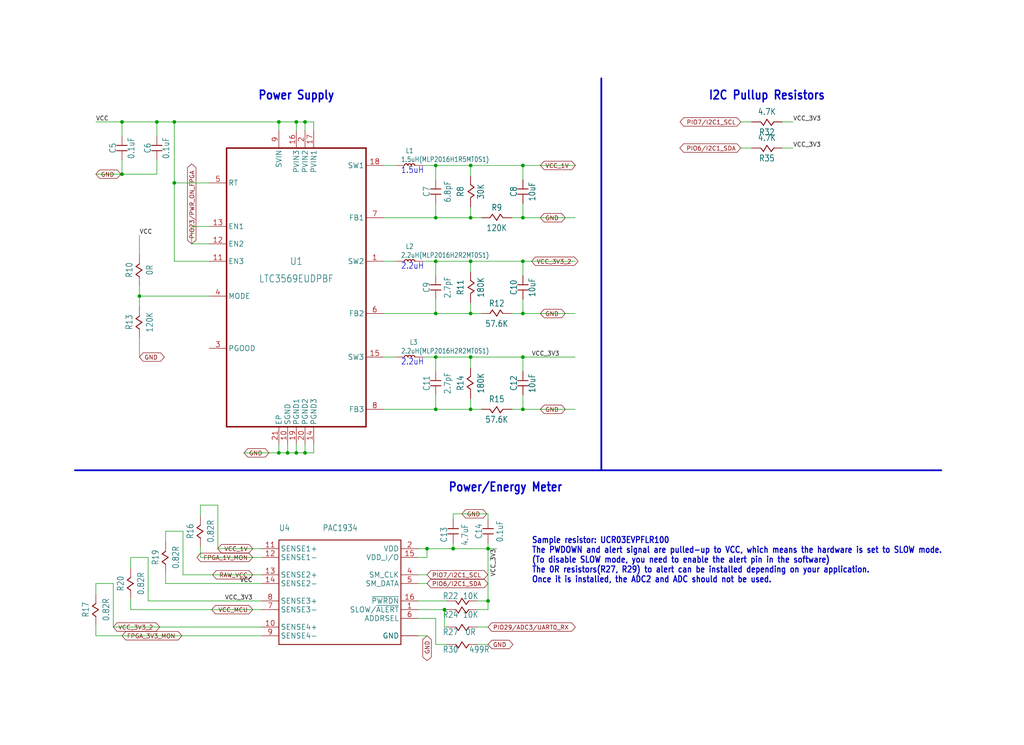
<source format=kicad_sch>
(kicad_sch (version 20250114) (generator "eeschema") (generator_version "9.0")
  (paper "User" 298.45 217.322)
  (lib_symbols
    (symbol "elasticnode_tiny-eagle-import:passive_CAPACITOR0402"
      (property "Reference" "C" (at 0 1.714 0))
      (symbol "passive_CAPACITOR0402_1_0"
        (polyline (pts (xy -0.762 1.524) (xy -0.762 -1.524)) (stroke (width 0.254)))
        (polyline (pts (xy 0.762 -1.524) (xy 0.762 1.524)) (stroke (width 0.254)))
        (pin bidirectional line (at -3.46 0 0) (length 2.54) (name "P$1") (number "1"))
        (pin bidirectional line (at 3.46 0 180) (length 2.54) (name "P$2") (number "2"))
      )
    )
    (symbol "elasticnode_tiny-eagle-import:passive_CAPACITOR0603"
      (property "Reference" "C" (at 0 1.714 0))
      (symbol "passive_CAPACITOR0603_1_0"
        (polyline (pts (xy -0.762 1.524) (xy -0.762 -1.524)) (stroke (width 0.254)))
        (polyline (pts (xy 0.762 -1.524) (xy 0.762 1.524)) (stroke (width 0.254)))
        (pin bidirectional line (at -3.46 0 0) (length 2.54) (name "P$1") (number "1"))
        (pin bidirectional line (at 3.46 0 180) (length 2.54) (name "P$2") (number "2"))
      )
    )
    (symbol "elasticnode_tiny-eagle-import:passive_INDUCTORDFE201612E-R33M=P2"
      (property "Reference" "L" (at 0 3.54 0))
      (symbol "passive_INDUCTORDFE201612E-R33M=P2_1_0"
        (arc (start -1.5 0) (mid -1 0.5) (end -0.5 0) (stroke (width 0.254)))
        (arc (start -0.5 0) (mid 0 0.5) (end 0.5 0) (stroke (width 0.254)))
        (arc (start 0.5 0) (mid 1 0.5) (end 1.5 0) (stroke (width 0.254)))
        (pin bidirectional line (at -3.96 0 0) (length 2.54) (name "P$1") (number "1"))
        (pin bidirectional line (at 3.96 0 180) (length 2.54) (name "P$2") (number "2"))
      )
    )
    (symbol "elasticnode_tiny-eagle-import:passive_RESISTOR0603"
      (property "Reference" "R" (at 0 2 0))
      (symbol "passive_RESISTOR0603_1_0"
        (polyline (pts (xy -2 0) (xy -1.27 1.016)) (stroke (width 0.254)))
        (polyline (pts (xy -1.27 1.016) (xy 0 -0.762)) (stroke (width 0.254)))
        (polyline (pts (xy 0 -0.762) (xy 1.016 1.016)) (stroke (width 0.254)))
        (polyline (pts (xy 1.016 1.016) (xy 1.778 0)) (stroke (width 0.254)))
        (pin bidirectional line (at -4.46 0 0) (length 2.54) (name "1") (number "1"))
        (pin bidirectional line (at 4.46 0 180) (length 2.54) (name "2") (number "2"))
      )
    )
    (symbol "elasticnode_tiny-eagle-import:passive_RESISTORSMD_0402"
      (property "Reference" "R" (at 0 2 0))
      (symbol "passive_RESISTORSMD_0402_1_0"
        (polyline (pts (xy -2 0) (xy -1.27 1.016)) (stroke (width 0.254)))
        (polyline (pts (xy -1.27 1.016) (xy 0 -0.762)) (stroke (width 0.254)))
        (polyline (pts (xy 0 -0.762) (xy 1.016 1.016)) (stroke (width 0.254)))
        (polyline (pts (xy 1.016 1.016) (xy 1.778 0)) (stroke (width 0.254)))
        (pin bidirectional line (at -4.46 0 0) (length 2.54) (name "1") (number "1"))
        (pin bidirectional line (at 4.46 0 180) (length 2.54) (name "2") (number "2"))
      )
    )
    (symbol "elasticnode_tiny-eagle-import:power_LTC3569EUDPBF"
      (property "Reference" "U" (at 0 2.54 0))
      (symbol "power_LTC3569EUDPBF_1_0"
        (polyline (pts (xy -20.32 35.56) (xy -20.32 -45.72)) (stroke (width 0.4064)))
        (polyline (pts (xy -20.32 -45.72) (xy 20.32 -45.72)) (stroke (width 0.4064)))
        (polyline (pts (xy 20.32 35.56) (xy -20.32 35.56)) (stroke (width 0.4064)))
        (polyline (pts (xy 20.32 -45.72) (xy 20.32 35.56)) (stroke (width 0.4064)))
        (pin passive line (at -25.4 25.4 0) (length 5.08) (name "RT") (number "5"))
        (pin input line (at -25.4 12.7 0) (length 5.08) (name "EN1") (number "13"))
        (pin input line (at -25.4 7.62 0) (length 5.08) (name "EN2") (number "12"))
        (pin input line (at -25.4 2.54 0) (length 5.08) (name "EN3") (number "11"))
        (pin input line (at -25.4 -7.62 0) (length 5.08) (name "MODE") (number "4"))
        (pin output line (at -25.4 -22.86 0) (length 5.08) (name "PGOOD") (number "3"))
        (pin power_in line (at -5.08 40.64 270) (length 5.08) (name "SVIN") (number "9"))
        (pin passive line (at -5.08 -50.8 90) (length 5.08) (name "EP") (number "21"))
        (pin passive line (at -2.54 -50.8 90) (length 5.08) (name "SGND") (number "10"))
        (pin power_in line (at 0 40.64 270) (length 5.08) (name "PVIN3") (number "16"))
        (pin passive line (at 0 -50.8 90) (length 5.08) (name "PGND1") (number "19"))
        (pin power_in line (at 2.54 40.64 270) (length 5.08) (name "PVIN2") (number "2"))
        (pin passive line (at 2.54 -50.8 90) (length 5.08) (name "PGND2") (number "20"))
        (pin power_in line (at 5.08 40.64 270) (length 5.08) (name "PVIN1") (number "17"))
        (pin passive line (at 5.08 -50.8 90) (length 5.08) (name "PGND3") (number "14"))
        (pin passive line (at 25.4 30.48 180) (length 5.08) (name "SW1") (number "18"))
        (pin input line (at 25.4 15.24 180) (length 5.08) (name "FB1") (number "7"))
        (pin passive line (at 25.4 2.54 180) (length 5.08) (name "SW2") (number "1"))
        (pin input line (at 25.4 -12.7 180) (length 5.08) (name "FB2") (number "6"))
        (pin passive line (at 25.4 -25.4 180) (length 5.08) (name "SW3") (number "15"))
        (pin input line (at 25.4 -40.64 180) (length 5.08) (name "FB3") (number "8"))
      )
    )
    (symbol "elasticnode_tiny-eagle-import:sensors_PAC1934"
      (property "Reference" "U" (at -17.78 17.78 0))
      (symbol "sensors_PAC1934_1_0"
        (polyline (pts (xy -17.78 15.24) (xy -17.78 -15.24)) (stroke (width 0.254)))
        (polyline (pts (xy -17.78 -15.24) (xy 17.78 -15.24)) (stroke (width 0.254)))
        (polyline (pts (xy 17.78 15.24) (xy -17.78 15.24)) (stroke (width 0.254)))
        (polyline (pts (xy 17.78 -15.24) (xy 17.78 15.24)) (stroke (width 0.254)))
        (pin bidirectional line (at -22.86 12.7 0) (length 5.08) (name "SENSE1+") (number "11"))
        (pin bidirectional line (at -22.86 10.16 0) (length 5.08) (name "SENSE1-") (number "12"))
        (pin bidirectional line (at -22.86 5.08 0) (length 5.08) (name "SENSE2+") (number "13"))
        (pin bidirectional line (at -22.86 2.54 0) (length 5.08) (name "SENSE2-") (number "14"))
        (pin bidirectional line (at -22.86 -2.54 0) (length 5.08) (name "SENSE3+") (number "8"))
        (pin bidirectional line (at -22.86 -5.08 0) (length 5.08) (name "SENSE3-") (number "7"))
        (pin bidirectional line (at -22.86 -10.16 0) (length 5.08) (name "SENSE4+") (number "10"))
        (pin bidirectional line (at -22.86 -12.7 0) (length 5.08) (name "SENSE4-") (number "9"))
        (pin bidirectional line (at 22.86 12.7 180) (length 5.08) (name "VDD") (number "2"))
        (pin bidirectional line (at 22.86 10.16 180) (length 5.08) (name "VDD_I/O") (number "15"))
        (pin bidirectional line (at 22.86 5.08 180) (length 5.08) (name "SM_CLK") (number "4"))
        (pin bidirectional line (at 22.86 2.54 180) (length 5.08) (name "SM_DATA") (number "5"))
        (pin bidirectional line (at 22.86 -2.54 180) (length 5.08) (name "~{PWRDN}") (number "16"))
        (pin bidirectional line (at 22.86 -5.08 180) (length 5.08) (name "SLOW/~{ALERT}") (number "1"))
        (pin bidirectional line (at 22.86 -7.62 180) (length 5.08) (name "ADDRSEL") (number "6"))
        (pin bidirectional line (at 22.86 -12.7 180) (length 5.08) (name "GND") (number "17"))
        (pin bidirectional line (at 22.86 -12.7 180) (length 5.08) (name "GND") (number "3"))
      )
    )
  )
  (text "2.2uH" (at 116.84 78.74 0) (effects (font (size 1.778 1.5113)) (justify left bottom)))
  (text "2.2uH" (at 116.84 106.68 0) (effects (font (size 1.778 1.5113)) (justify left bottom)))
  (text "Sample resistor: UCR03EVPFLR100\nThe PWDOWN and alert signal are pulled-up to VCC, which means the hardware is set to SLOW mode.\n(To disable SLOW mode, you need to enable the alert pin in the software)\nThe 0R resistors(R27, R29) to alert can be installed depending on your application.\nOnce it is installed, the ADC2 and ADC should not be used." (at 154.94 170.18 0) (effects (font (size 1.778 1.5113) (thickness 0.3023) (bold yes)) (justify left bottom)))
  (text "1.5uH" (at 116.84 50.8 0) (effects (font (size 1.778 1.5113)) (justify left bottom)))
  (text "I2C Pullup Resistors" (at 223.52 27.94 0) (effects (font (size 2.54 2.159) (thickness 0.4318) (bold yes))))
  (text "Power Supply" (at 86.36 27.94 0) (effects (font (size 2.54 2.159) (thickness 0.4318) (bold yes))))
  (text "Power/Energy Meter" (at 147.32 142.24 0) (effects (font (size 2.54 2.159) (thickness 0.4318) (bold yes))))
  (junction (at 81.28 132.08))
  (junction (at 86.36 132.08))
  (junction (at 127 119.38))
  (junction (at 35.56 35.56))
  (junction (at 50.8 35.56))
  (junction (at 152.4 76.2))
  (junction (at 152.4 63.5))
  (junction (at 127 63.5))
  (junction (at 50.8 53.34))
  (junction (at 152.4 119.38))
  (junction (at 45.72 35.56))
  (junction (at 83.82 132.08))
  (junction (at 81.28 35.56))
  (junction (at 137.16 119.38))
  (junction (at 127 91.44))
  (junction (at 132.08 160.02))
  (junction (at 152.4 48.26))
  (junction (at 152.4 91.44))
  (junction (at 40.64 86.36))
  (junction (at 137.16 76.2))
  (junction (at 86.36 35.56))
  (junction (at 137.16 48.26))
  (junction (at 137.16 63.5))
  (junction (at 142.24 160.02))
  (junction (at 124.46 160.02))
  (junction (at 127 48.26))
  (junction (at 137.16 104.14))
  (junction (at 127 76.2))
  (junction (at 137.16 91.44))
  (junction (at 88.9 132.08))
  (junction (at 127 104.14))
  (junction (at 129.54 177.8))
  (junction (at 152.4 104.14))
  (junction (at 88.9 35.56))
  (junction (at 142.24 175.26))
  (junction (at 35.56 50.8))
  (wire (pts (xy 227.98 35.56) (xy 231.14 35.56)) (stroke (width 0.1524)))
  (wire (pts (xy 76.2 160.02) (xy 63.5 160.02)) (stroke (width 0.1524)))
  (wire (pts (xy 121.92 170.18) (xy 124.46 170.18)) (stroke (width 0.1524)))
  (wire (pts (xy 130.16 175.26) (xy 121.92 175.26)) (stroke (width 0.1524)))
  (wire (pts (xy 38.1 165.72) (xy 38.1 162.56)) (stroke (width 0.1524)))
  (wire (pts (xy 40.64 98.44) (xy 40.64 104.14)) (stroke (width 0.1524)))
  (wire (pts (xy 45.72 39.72) (xy 45.72 35.56)) (stroke (width 0.1524)))
  (wire (pts (xy 127 63.5) (xy 111.76 63.5)) (stroke (width 0.1524)))
  (wire (pts (xy 88.9 38.1) (xy 88.9 35.56)) (stroke (width 0.1524)))
  (wire (pts (xy 124.46 162.56) (xy 124.46 160.02)) (stroke (width 0.1524)))
  (wire (pts (xy 127 87.28) (xy 127 91.44)) (stroke (width 0.1524)))
  (wire (pts (xy 76.2 162.56) (xy 58.42 162.56)) (stroke (width 0.1524)))
  (wire (pts (xy 129.54 177.8) (xy 130.16 177.8)) (stroke (width 0.1524)))
  (wire (pts (xy 152.4 104.14) (xy 137.16 104.14)) (stroke (width 0.1524)))
  (wire (pts (xy 137.16 119.38) (xy 127 119.38)) (stroke (width 0.1524)))
  (wire (pts (xy 76.2 185.42) (xy 27.94 185.42)) (stroke (width 0.1524)))
  (wire (pts (xy 86.36 129.54) (xy 86.36 132.08)) (stroke (width 0.1524)))
  (wire (pts (xy 121.92 167.64) (xy 124.46 167.64)) (stroke (width 0.1524)))
  (wire (pts (xy 40.64 86.36) (xy 40.64 89.52)) (stroke (width 0.1524)))
  (wire (pts (xy 38.1 174.64) (xy 38.1 177.8)) (stroke (width 0.1524)))
  (wire (pts (xy 142.24 149.86) (xy 142.24 151.48)) (stroke (width 0.1524)))
  (wire (pts (xy 139.08 175.26) (xy 142.24 175.26)) (stroke (width 0.1524)))
  (wire (pts (xy 124.46 160.02) (xy 132.08 160.02)) (stroke (width 0.1524)))
  (polyline (pts (xy 175.26 137.16) (xy 175.26 22.86)) (stroke (width 0.508) (type solid)))
  (wire (pts (xy 123.34 76.2) (xy 127 76.2)) (stroke (width 0.1524)))
  (wire (pts (xy 219.06 35.56) (xy 215.9 35.56)) (stroke (width 0.1524)))
  (wire (pts (xy 130.16 182.88) (xy 129.54 182.88)) (stroke (width 0.1524)))
  (wire (pts (xy 142.24 177.8) (xy 142.24 175.26)) (stroke (width 0.1524)))
  (wire (pts (xy 60.96 71.12) (xy 55.88 71.12)) (stroke (width 0.1524)))
  (wire (pts (xy 132.08 158.4) (xy 132.08 160.02)) (stroke (width 0.1524)))
  (wire (pts (xy 63.5 147.32) (xy 63.5 160.02)) (stroke (width 0.1524)))
  (wire (pts (xy 132.08 160.02) (xy 142.24 160.02)) (stroke (width 0.1524)))
  (wire (pts (xy 58.42 150.48) (xy 58.42 147.32)) (stroke (width 0.1524)))
  (wire (pts (xy 88.9 132.08) (xy 86.36 132.08)) (stroke (width 0.1524)))
  (wire (pts (xy 60.96 76.2) (xy 50.8 76.2)) (stroke (width 0.1524)))
  (wire (pts (xy 76.2 167.64) (xy 53.34 167.64)) (stroke (width 0.1524)))
  (wire (pts (xy 129.54 182.88) (xy 129.54 177.8)) (stroke (width 0.1524)))
  (wire (pts (xy 33.02 170.18) (xy 33.02 182.88)) (stroke (width 0.1524)))
  (wire (pts (xy 76.2 170.18) (xy 48.26 170.18)) (stroke (width 0.1524)))
  (wire (pts (xy 152.4 76.2) (xy 167.64 76.2)) (stroke (width 0.1524)))
  (wire (pts (xy 137.16 91.44) (xy 140.32 91.44)) (stroke (width 0.1524)))
  (wire (pts (xy 27.94 173.34) (xy 27.94 170.18)) (stroke (width 0.1524)))
  (wire (pts (xy 127 115.22) (xy 127 119.38)) (stroke (width 0.1524)))
  (wire (pts (xy 60.96 66.04) (xy 55.88 66.04)) (stroke (width 0.1524)))
  (wire (pts (xy 27.94 182.26) (xy 27.94 185.42)) (stroke (width 0.1524)))
  (wire (pts (xy 132.08 149.86) (xy 142.24 149.86)) (stroke (width 0.1524)))
  (wire (pts (xy 115.42 76.2) (xy 111.76 76.2)) (stroke (width 0.1524)))
  (wire (pts (xy 152.4 59.34) (xy 152.4 63.5)) (stroke (width 0.1524)))
  (wire (pts (xy 88.9 129.54) (xy 88.9 132.08)) (stroke (width 0.1524)))
  (wire (pts (xy 50.8 53.34) (xy 50.8 35.56)) (stroke (width 0.1524)))
  (wire (pts (xy 127 80.36) (xy 127 76.2)) (stroke (width 0.1524)))
  (wire (pts (xy 81.28 35.56) (xy 86.36 35.56)) (stroke (width 0.1524)))
  (wire (pts (xy 35.56 35.56) (xy 45.72 35.56)) (stroke (width 0.1524)))
  (wire (pts (xy 55.88 71.12) (xy 55.88 66.04)) (stroke (width 0.1524)))
  (wire (pts (xy 137.16 76.2) (xy 152.4 76.2)) (stroke (width 0.1524)))
  (wire (pts (xy 48.26 167.02) (xy 48.26 170.18)) (stroke (width 0.1524)))
  (wire (pts (xy 227.98 43.18) (xy 231.14 43.18)) (stroke (width 0.1524)))
  (wire (pts (xy 152.4 48.26) (xy 167.64 48.26)) (stroke (width 0.1524)))
  (wire (pts (xy 123.34 48.26) (xy 127 48.26)) (stroke (width 0.1524)))
  (wire (pts (xy 81.28 129.54) (xy 81.28 132.08)) (stroke (width 0.1524)))
  (wire (pts (xy 139.08 182.88) (xy 142.24 182.88)) (stroke (width 0.1524)))
  (wire (pts (xy 139.08 177.8) (xy 142.24 177.8)) (stroke (width 0.1524)))
  (wire (pts (xy 127 91.44) (xy 111.76 91.44)) (stroke (width 0.1524)))
  (wire (pts (xy 111.76 119.38) (xy 127 119.38)) (stroke (width 0.1524)))
  (wire (pts (xy 35.56 39.72) (xy 35.56 35.56)) (stroke (width 0.1524)))
  (wire (pts (xy 38.1 162.56) (xy 43.18 162.56)) (stroke (width 0.1524)))
  (wire (pts (xy 127 59.34) (xy 127 63.5)) (stroke (width 0.1524)))
  (wire (pts (xy 142.24 160.02) (xy 144.78 160.02)) (stroke (width 0.1524)))
  (wire (pts (xy 137.16 79.36) (xy 137.16 76.2)) (stroke (width 0.1524)))
  (wire (pts (xy 149.24 63.5) (xy 152.4 63.5)) (stroke (width 0.1524)))
  (wire (pts (xy 60.96 86.36) (xy 40.64 86.36)) (stroke (width 0.1524)))
  (wire (pts (xy 127 91.44) (xy 137.16 91.44)) (stroke (width 0.1524)))
  (wire (pts (xy 127 104.14) (xy 123.34 104.14)) (stroke (width 0.1524)))
  (wire (pts (xy 115.42 48.26) (xy 111.76 48.26)) (stroke (width 0.1524)))
  (wire (pts (xy 43.18 162.56) (xy 43.18 175.26)) (stroke (width 0.1524)))
  (wire (pts (xy 142.24 158.4) (xy 142.24 160.02)) (stroke (width 0.1524)))
  (wire (pts (xy 88.9 35.56) (xy 91.44 35.56)) (stroke (width 0.1524)))
  (wire (pts (xy 127 48.26) (xy 137.16 48.26)) (stroke (width 0.1524)))
  (wire (pts (xy 152.4 52.42) (xy 152.4 48.26)) (stroke (width 0.1524)))
  (wire (pts (xy 50.8 35.56) (xy 81.28 35.56)) (stroke (width 0.1524)))
  (wire (pts (xy 152.4 108.3) (xy 152.4 104.14)) (stroke (width 0.1524)))
  (wire (pts (xy 137.16 63.5) (xy 140.32 63.5)) (stroke (width 0.1524)))
  (wire (pts (xy 76.2 177.8) (xy 38.1 177.8)) (stroke (width 0.1524)))
  (wire (pts (xy 137.16 48.26) (xy 152.4 48.26)) (stroke (width 0.1524)))
  (wire (pts (xy 45.72 35.56) (xy 50.8 35.56)) (stroke (width 0.1524)))
  (wire (pts (xy 53.34 167.64) (xy 53.34 154.94)) (stroke (width 0.1524)))
  (wire (pts (xy 127 108.3) (xy 127 104.14)) (stroke (width 0.1524)))
  (wire (pts (xy 152.4 119.38) (xy 167.64 119.38)) (stroke (width 0.1524)))
  (wire (pts (xy 45.72 50.8) (xy 35.56 50.8)) (stroke (width 0.1524)))
  (wire (pts (xy 137.16 116.22) (xy 137.16 119.38)) (stroke (width 0.1524)))
  (wire (pts (xy 27.94 170.18) (xy 33.02 170.18)) (stroke (width 0.1524)))
  (wire (pts (xy 40.64 86.36) (xy 40.64 83.2)) (stroke (width 0.1524)))
  (wire (pts (xy 40.64 74.28) (xy 40.64 68.58)) (stroke (width 0.1524)))
  (wire (pts (xy 142.24 175.26) (xy 142.24 160.02)) (stroke (width 0.1524)))
  (wire (pts (xy 127 52.42) (xy 127 48.26)) (stroke (width 0.1524)))
  (wire (pts (xy 152.4 115.22) (xy 152.4 119.38)) (stroke (width 0.1524)))
  (wire (pts (xy 81.28 38.1) (xy 81.28 35.56)) (stroke (width 0.1524)))
  (wire (pts (xy 48.26 158.1) (xy 48.26 154.94)) (stroke (width 0.1524)))
  (wire (pts (xy 137.16 63.5) (xy 127 63.5)) (stroke (width 0.1524)))
  (wire (pts (xy 45.72 46.64) (xy 45.72 50.8)) (stroke (width 0.1524)))
  (wire (pts (xy 139.08 187.96) (xy 142.24 187.96)) (stroke (width 0.1524)))
  (wire (pts (xy 35.56 46.64) (xy 35.56 50.8)) (stroke (width 0.1524)))
  (wire (pts (xy 121.92 162.56) (xy 124.46 162.56)) (stroke (width 0.1524)))
  (wire (pts (xy 35.56 50.8) (xy 27.94 50.8)) (stroke (width 0.1524)))
  (wire (pts (xy 91.44 35.56) (xy 91.44 38.1)) (stroke (width 0.1524)))
  (wire (pts (xy 137.16 107.3) (xy 137.16 104.14)) (stroke (width 0.1524)))
  (wire (pts (xy 140.32 119.38) (xy 137.16 119.38)) (stroke (width 0.1524)))
  (wire (pts (xy 58.42 147.32) (xy 63.5 147.32)) (stroke (width 0.1524)))
  (wire (pts (xy 132.08 151.48) (xy 132.08 149.86)) (stroke (width 0.1524)))
  (polyline (pts (xy 175.26 137.16) (xy 274.32 137.16)) (stroke (width 0.508) (type solid)))
  (wire (pts (xy 83.82 129.54) (xy 83.82 132.08)) (stroke (width 0.1524)))
  (wire (pts (xy 86.36 38.1) (xy 86.36 35.56)) (stroke (width 0.1524)))
  (wire (pts (xy 152.4 63.5) (xy 167.64 63.5)) (stroke (width 0.1524)))
  (wire (pts (xy 149.24 91.44) (xy 152.4 91.44)) (stroke (width 0.1524)))
  (wire (pts (xy 137.16 51.42) (xy 137.16 48.26)) (stroke (width 0.1524)))
  (wire (pts (xy 127 76.2) (xy 137.16 76.2)) (stroke (width 0.1524)))
  (wire (pts (xy 86.36 132.08) (xy 83.82 132.08)) (stroke (width 0.1524)))
  (wire (pts (xy 152.4 87.28) (xy 152.4 91.44)) (stroke (width 0.1524)))
  (wire (pts (xy 127 187.96) (xy 130.16 187.96)) (stroke (width 0.1524)))
  (wire (pts (xy 152.4 119.38) (xy 149.24 119.38)) (stroke (width 0.1524)))
  (wire (pts (xy 33.02 182.88) (xy 76.2 182.88)) (stroke (width 0.1524)))
  (wire (pts (xy 83.82 132.08) (xy 81.28 132.08)) (stroke (width 0.1524)))
  (wire (pts (xy 121.92 160.02) (xy 124.46 160.02)) (stroke (width 0.1524)))
  (wire (pts (xy 43.18 175.26) (xy 76.2 175.26)) (stroke (width 0.1524)))
  (polyline (pts (xy 21.844 137.16) (xy 175.26 137.16)) (stroke (width 0.508) (type solid)))
  (wire (pts (xy 152.4 104.14) (xy 167.64 104.14)) (stroke (width 0.1524)))
  (wire (pts (xy 121.92 177.8) (xy 129.54 177.8)) (stroke (width 0.1524)))
  (wire (pts (xy 86.36 35.56) (xy 88.9 35.56)) (stroke (width 0.1524)))
  (wire (pts (xy 152.4 80.36) (xy 152.4 76.2)) (stroke (width 0.1524)))
  (wire (pts (xy 137.16 88.28) (xy 137.16 91.44)) (stroke (width 0.1524)))
  (wire (pts (xy 60.96 53.34) (xy 50.8 53.34)) (stroke (width 0.1524)))
  (wire (pts (xy 53.34 154.94) (xy 48.26 154.94)) (stroke (width 0.1524)))
  (wire (pts (xy 137.16 60.34) (xy 137.16 63.5)) (stroke (width 0.1524)))
  (wire (pts (xy 121.92 180.34) (xy 127 180.34)) (stroke (width 0.1524)))
  (wire (pts (xy 152.4 91.44) (xy 167.64 91.44)) (stroke (width 0.1524)))
  (wire (pts (xy 35.56 35.56) (xy 27.94 35.56)) (stroke (width 0.1524)))
  (wire (pts (xy 127 180.34) (xy 127 187.96)) (stroke (width 0.1524)))
  (wire (pts (xy 58.42 159.4) (xy 58.42 162.56)) (stroke (width 0.1524)))
  (wire (pts (xy 121.92 185.42) (xy 124.46 185.42)) (stroke (width 0.1524)))
  (wire (pts (xy 50.8 53.34) (xy 50.8 76.2)) (stroke (width 0.1524)))
  (wire (pts (xy 137.16 104.14) (xy 127 104.14)) (stroke (width 0.1524)))
  (wire (pts (xy 81.28 132.08) (xy 71.12 132.08)) (stroke (width 0.1524)))
  (wire (pts (xy 91.44 129.54) (xy 91.44 132.08)) (stroke (width 0.1524)))
  (wire (pts (xy 115.42 104.14) (xy 111.76 104.14)) (stroke (width 0.1524)))
  (wire (pts (xy 219.06 43.18) (xy 215.9 43.18)) (stroke (width 0.1524)))
  (wire (pts (xy 91.44 132.08) (xy 88.9 132.08)) (stroke (width 0.1524)))
  (label "VCC" (at 27.94 35.56 0) (effects (font (size 1.2446 1.2446))))
  (label "VCC_3V3" (at 231.14 35.56 0) (effects (font (size 1.2446 1.2446))))
  (label "VCC_3V3" (at 73.66 175.26 180) (effects (font (size 1.2446 1.2446))))
  (label "VCC" (at 40.64 68.58 0) (effects (font (size 1.2446 1.2446))))
  (label "VCC_3V3" (at 154.94 104.14 0) (effects (font (size 1.2446 1.2446))))
  (label "VCC_3V3" (at 231.14 43.18 0) (effects (font (size 1.2446 1.2446))))
  (label "VCC" (at 73.66 170.18 180) (effects (font (size 1.2446 1.2446))))
  (label "VCC_3V3" (at 144.78 160.02 270) (effects (font (size 1.2446 1.2446))))
  (global_label "GND" (shape bidirectional) (at 157.48 63.5 0) (effects (font (size 1.2446 1.2446))) (property "Intersheetrefs" "${INTERSHEET_REFS}" (effects (hide yes))))
  (global_label "PIO29/ADC3/UART0_RX" (shape bidirectional) (at 142.24 182.88 0) (effects (font (size 1.2446 1.2446))) (property "Intersheetrefs" "${INTERSHEET_REFS}" (effects (hide yes))))
  (global_label "FPGA_3V3_MON" (shape bidirectional) (at 35.56 185.42 0) (effects (font (size 1.2446 1.2446))) (property "Intersheetrefs" "${INTERSHEET_REFS}" (effects (hide yes))))
  (global_label "GND" (shape bidirectional) (at 40.64 104.14 0) (effects (font (size 1.2446 1.2446))) (property "Intersheetrefs" "${INTERSHEET_REFS}" (effects (hide yes))))
  (global_label "GND" (shape bidirectional) (at 157.48 91.44 0) (effects (font (size 1.2446 1.2446))) (property "Intersheetrefs" "${INTERSHEET_REFS}" (effects (hide yes))))
  (global_label "FPGA_1V_MON" (shape bidirectional) (at 73.66 162.56 180) (effects (font (size 1.2446 1.2446))) (property "Intersheetrefs" "${INTERSHEET_REFS}" (effects (hide yes))))
  (global_label "GND" (shape bidirectional) (at 27.94 50.8 0) (effects (font (size 1.2446 1.2446))) (property "Intersheetrefs" "${INTERSHEET_REFS}" (effects (hide yes))))
  (global_label "GND" (shape bidirectional) (at 134.62 149.86 0) (effects (font (size 1.2446 1.2446))) (property "Intersheetrefs" "${INTERSHEET_REFS}" (effects (hide yes))))
  (global_label "VCC_3V3_2" (shape bidirectional) (at 154.94 76.2 0) (effects (font (size 1.2446 1.2446))) (property "Intersheetrefs" "${INTERSHEET_REFS}" (effects (hide yes))))
  (global_label "VCC_1V" (shape bidirectional) (at 73.66 160.02 180) (effects (font (size 1.2446 1.2446))) (property "Intersheetrefs" "${INTERSHEET_REFS}" (effects (hide yes))))
  (global_label "VCC_1V" (shape bidirectional) (at 157.48 48.26 0) (effects (font (size 1.2446 1.2446))) (property "Intersheetrefs" "${INTERSHEET_REFS}" (effects (hide yes))))
  (global_label "PIO6/I2C1_SDA" (shape bidirectional) (at 124.46 170.18 0) (effects (font (size 1.2446 1.2446))) (property "Intersheetrefs" "${INTERSHEET_REFS}" (effects (hide yes))))
  (global_label "VCC_MCU" (shape bidirectional) (at 73.66 177.8 180) (effects (font (size 1.2446 1.2446))) (property "Intersheetrefs" "${INTERSHEET_REFS}" (effects (hide yes))))
  (global_label "PIO7/I2C1_SCL" (shape bidirectional) (at 124.46 167.64 0) (effects (font (size 1.2446 1.2446))) (property "Intersheetrefs" "${INTERSHEET_REFS}" (effects (hide yes))))
  (global_label "PIO23/PWR_ON_FPGA" (shape bidirectional) (at 55.88 71.12 90) (effects (font (size 1.2446 1.2446))) (property "Intersheetrefs" "${INTERSHEET_REFS}" (effects (hide yes))))
  (global_label "GND" (shape bidirectional) (at 142.24 187.96 0) (effects (font (size 1.2446 1.2446))) (property "Intersheetrefs" "${INTERSHEET_REFS}" (effects (hide yes))))
  (global_label "GND" (shape bidirectional) (at 157.48 119.38 0) (effects (font (size 1.2446 1.2446))) (property "Intersheetrefs" "${INTERSHEET_REFS}" (effects (hide yes))))
  (global_label "GND" (shape bidirectional) (at 71.12 132.08 0) (effects (font (size 1.2446 1.2446))) (property "Intersheetrefs" "${INTERSHEET_REFS}" (effects (hide yes))))
  (global_label "PIO7/I2C1_SCL" (shape bidirectional) (at 215.9 35.56 180) (effects (font (size 1.2446 1.2446))) (property "Intersheetrefs" "${INTERSHEET_REFS}" (effects (hide yes))))
  (global_label "GND" (shape bidirectional) (at 124.46 185.42 270) (effects (font (size 1.2446 1.2446))) (property "Intersheetrefs" "${INTERSHEET_REFS}" (effects (hide yes))))
  (global_label "RAW_VCC" (shape bidirectional) (at 73.66 167.64 180) (effects (font (size 1.2446 1.2446))) (property "Intersheetrefs" "${INTERSHEET_REFS}" (effects (hide yes))))
  (global_label "VCC_3V3_2" (shape bidirectional) (at 33.02 182.88 0) (effects (font (size 1.2446 1.2446))) (property "Intersheetrefs" "${INTERSHEET_REFS}" (effects (hide yes))))
  (global_label "PIO6/I2C1_SDA" (shape bidirectional) (at 215.9 43.18 180) (effects (font (size 1.2446 1.2446))) (property "Intersheetrefs" "${INTERSHEET_REFS}" (effects (hide yes))))
  (symbol (lib_id "elasticnode_tiny-eagle-import:passive_CAPACITOR0402") (at 142.24 154.94 90) (unit 1)
    (property "Reference" "C14" (at 140.526 154.94 0) (effects (font (size 1.778 1.5113)) (justify bottom)))
    (property "Value" "0.1uF" (at 144.716 154.94 0) (effects (font (size 1.778 1.5113)) (justify top)))
    (property "Footprint" "elasticnode_tiny:0402" (effects (hide yes)))
    (property "OC_NEWARK" "unknown" (effects (hide yes)))
  )
  (symbol (lib_id "elasticnode_tiny-eagle-import:passive_RESISTORSMD_0402") (at 134.62 187.96 180) (unit 1)
    (property "Reference" "R30" (at 131.318 188.436 0) (effects (font (size 1.778 1.5113)) (justify bottom)))
    (property "Value" "499R" (at 139.7 188.436 0) (effects (font (size 1.778 1.5113)) (justify bottom)))
    (property "Footprint" "elasticnode_tiny:0402" (effects (hide yes)))
    (property "OC_NEWARK" "unknown" (effects (hide yes)))
  )
  (symbol (lib_id "elasticnode_tiny-eagle-import:passive_CAPACITOR0603") (at 152.4 55.88 90) (unit 1)
    (property "Reference" "C8" (at 150.686 55.88 0) (effects (font (size 1.778 1.5113)) (justify bottom)))
    (property "Value" "10uF" (at 154.114 55.88 0) (effects (font (size 1.778 1.5113)) (justify top)))
    (property "Footprint" "elasticnode_tiny:CAPC1608-0603" (effects (hide yes)))
    (property "OC_NEWARK" "unknown" (effects (hide yes)))
  )
  (symbol (lib_id "elasticnode_tiny-eagle-import:passive_RESISTORSMD_0402") (at 144.78 63.5 0) (unit 1)
    (property "Reference" "R9" (at 144.78 61.5 0) (effects (font (size 1.778 1.5113)) (justify bottom)))
    (property "Value" "120K" (at 144.78 65.5 0) (effects (font (size 1.778 1.5113)) (justify top)))
    (property "Footprint" "elasticnode_tiny:0402" (effects (hide yes)))
    (property "OC_NEWARK" "unknown" (effects (hide yes)))
  )
  (symbol (lib_id "elasticnode_tiny-eagle-import:passive_INDUCTORDFE201612E-R33M=P2") (at 119.38 104.14 0) (mirror y) (unit 1)
    (property "Reference" "L3" (at 119.38 100.6 0) (effects (font (size 1.4224 1.209)) (justify right bottom)))
    (property "Value" "2.2uH(MLP2016H2R2MT0S1)" (at 116.84 103.14 0) (effects (font (size 1.4224 1.209)) (justify right bottom)))
    (property "Footprint" "elasticnode_tiny:INDC2016X120N" (effects (hide yes)))
    (property "OC_NEWARK" "unknown" (effects (hide yes)))
  )
  (symbol (lib_id "elasticnode_tiny-eagle-import:passive_CAPACITOR0603") (at 35.56 43.18 270) (unit 1)
    (property "Reference" "C5" (at 33.846 43.18 0) (effects (font (size 1.778 1.5113)) (justify top)))
    (property "Value" "0.1uF" (at 37.274 43.18 0) (effects (font (size 1.778 1.5113)) (justify bottom)))
    (property "Footprint" "elasticnode_tiny:CAPC1608-0603" (effects (hide yes)))
    (property "OC_NEWARK" "unknown" (effects (hide yes)))
  )
  (symbol (lib_id "elasticnode_tiny-eagle-import:passive_RESISTORSMD_0402") (at 223.52 35.56 180) (unit 1)
    (property "Reference" "R32" (at 223.52 37.56 0) (effects (font (size 1.778 1.5113)) (justify bottom)))
    (property "Value" "4.7K" (at 223.52 33.56 0) (effects (font (size 1.778 1.5113)) (justify top)))
    (property "Footprint" "elasticnode_tiny:0402" (effects (hide yes)))
    (property "OC_NEWARK" "unknown" (effects (hide yes)))
  )
  (symbol (lib_id "elasticnode_tiny-eagle-import:passive_RESISTORSMD_0402") (at 137.16 111.76 90) (mirror x) (unit 1)
    (property "Reference" "R14" (at 135.16 111.76 0) (effects (font (size 1.778 1.5113)) (justify bottom)))
    (property "Value" "180K" (at 139.16 111.76 0) (effects (font (size 1.778 1.5113)) (justify top)))
    (property "Footprint" "elasticnode_tiny:0402" (effects (hide yes)))
    (property "OC_NEWARK" "unknown" (effects (hide yes)))
  )
  (symbol (lib_id "elasticnode_tiny-eagle-import:passive_RESISTOR0603") (at 27.94 177.8 90) (unit 1)
    (property "Reference" "R17" (at 25.94 177.8 0) (effects (font (size 1.778 1.5113)) (justify bottom)))
    (property "Value" "0.82R" (at 29.94 177.8 0) (effects (font (size 1.778 1.5113)) (justify top)))
    (property "Footprint" "elasticnode_tiny:0603" (effects (hide yes)))
    (property "OC_NEWARK" "unknown" (effects (hide yes)))
  )
  (symbol (lib_id "elasticnode_tiny-eagle-import:passive_RESISTOR0603") (at 48.26 162.56 90) (unit 1)
    (property "Reference" "R19" (at 46.26 162.56 0) (effects (font (size 1.778 1.5113)) (justify bottom)))
    (property "Value" "0.82R" (at 50.26 162.56 0) (effects (font (size 1.778 1.5113)) (justify top)))
    (property "Footprint" "elasticnode_tiny:0603" (effects (hide yes)))
    (property "OC_NEWARK" "unknown" (effects (hide yes)))
  )
  (symbol (lib_id "elasticnode_tiny-eagle-import:passive_RESISTORSMD_0402") (at 134.62 177.8 180) (unit 1)
    (property "Reference" "R24" (at 131.318 178.276 0) (effects (font (size 1.778 1.5113)) (justify bottom)))
    (property "Value" "10K" (at 137.16 178.276 0) (effects (font (size 1.778 1.5113)) (justify bottom)))
    (property "Footprint" "elasticnode_tiny:0402" (effects (hide yes)))
    (property "OC_NEWARK" "unknown" (effects (hide yes)))
  )
  (symbol (lib_id "elasticnode_tiny-eagle-import:passive_RESISTOR0603") (at 58.42 154.94 90) (unit 1)
    (property "Reference" "R16" (at 56.42 154.94 0) (effects (font (size 1.778 1.5113)) (justify bottom)))
    (property "Value" "0.82R" (at 60.42 154.94 0) (effects (font (size 1.778 1.5113)) (justify top)))
    (property "Footprint" "elasticnode_tiny:0603" (effects (hide yes)))
    (property "OC_NEWARK" "unknown" (effects (hide yes)))
  )
  (symbol (lib_id "elasticnode_tiny-eagle-import:power_LTC3569EUDPBF") (at 86.36 78.74 0) (unit 1)
    (property "Reference" "U1" (at 86.36 76.2 0) (effects (font (size 2.0859 1.773))))
    (property "Value" "LTC3569EUDPBF" (at 86.36 81.28 0) (effects (font (size 2.0845 1.7718))))
    (property "Footprint" "elasticnode_tiny:QFN40P300X300X80-21N" (effects (hide yes)))
  )
  (symbol (lib_id "elasticnode_tiny-eagle-import:passive_CAPACITOR0603") (at 132.08 154.94 90) (unit 1)
    (property "Reference" "C13" (at 130.366 155.956 0) (effects (font (size 1.778 1.5113)) (justify bottom)))
    (property "Value" "4.7uF" (at 134.556 155.956 0) (effects (font (size 1.778 1.5113)) (justify top)))
    (property "Footprint" "elasticnode_tiny:CAPC1608-0603" (effects (hide yes)))
    (property "OC_NEWARK" "unknown" (effects (hide yes)))
  )
  (symbol (lib_id "elasticnode_tiny-eagle-import:passive_RESISTORSMD_0402") (at 223.52 43.18 180) (unit 1)
    (property "Reference" "R35" (at 223.52 45.18 0) (effects (font (size 1.778 1.5113)) (justify bottom)))
    (property "Value" "4.7K" (at 223.52 41.18 0) (effects (font (size 1.778 1.5113)) (justify top)))
    (property "Footprint" "elasticnode_tiny:0402" (effects (hide yes)))
    (property "OC_NEWARK" "unknown" (effects (hide yes)))
  )
  (symbol (lib_id "elasticnode_tiny-eagle-import:passive_CAPACITOR0603") (at 152.4 83.82 270) (unit 1)
    (property "Reference" "C10" (at 150.686 83.82 0) (effects (font (size 1.778 1.5113)) (justify top)))
    (property "Value" "10uF" (at 154.114 83.82 0) (effects (font (size 1.778 1.5113)) (justify bottom)))
    (property "Footprint" "elasticnode_tiny:CAPC1608-0603" (effects (hide yes)))
    (property "OC_NEWARK" "unknown" (effects (hide yes)))
  )
  (symbol (lib_id "elasticnode_tiny-eagle-import:sensors_PAC1934") (at 99.06 172.72 0) (unit 1)
    (property "Reference" "U4" (at 81.28 154.94 0) (effects (font (size 1.778 1.5113)) (justify left bottom)))
    (property "Value" "PAC1934" (at 93.98 154.94 0) (effects (font (size 1.778 1.5113)) (justify left bottom)))
    (property "Footprint" "elasticnode_tiny:UQFN-16(4×4×0.5MM)" (effects (hide yes)))
    (property "OC_NEWARK" "unknown" (effects (hide yes)))
  )
  (symbol (lib_id "elasticnode_tiny-eagle-import:passive_INDUCTORDFE201612E-R33M=P2") (at 119.38 76.2 0) (unit 1)
    (property "Reference" "L2" (at 119.38 72.66 0) (effects (font (size 1.4224 1.209)) (justify bottom)))
    (property "Value" "2.2uH(MLP2016H2R2MT0S1)" (at 116.84 75.2 0) (effects (font (size 1.4224 1.209)) (justify left bottom)))
    (property "Footprint" "elasticnode_tiny:INDC2016X120N" (effects (hide yes)))
    (property "OC_NEWARK" "unknown" (effects (hide yes)))
  )
  (symbol (lib_id "elasticnode_tiny-eagle-import:passive_RESISTORSMD_0402") (at 134.62 175.26 180) (unit 1)
    (property "Reference" "R22" (at 131.318 174.784 0) (effects (font (size 1.778 1.5113)) (justify top)))
    (property "Value" "10K" (at 137.16 174.784 0) (effects (font (size 1.778 1.5113)) (justify top)))
    (property "Footprint" "elasticnode_tiny:0402" (effects (hide yes)))
    (property "OC_NEWARK" "unknown" (effects (hide yes)))
  )
  (symbol (lib_id "elasticnode_tiny-eagle-import:passive_RESISTORSMD_0402") (at 134.62 182.88 180) (unit 1)
    (property "Reference" "R27" (at 131.318 183.356 0) (effects (font (size 1.778 1.5113)) (justify bottom)))
    (property "Value" "0R" (at 137.16 183.356 0) (effects (font (size 1.778 1.5113)) (justify bottom)))
    (property "Footprint" "elasticnode_tiny:0402" (effects (hide yes)))
    (property "OC_NEWARK" "unknown" (effects (hide yes)))
  )
  (symbol (lib_id "elasticnode_tiny-eagle-import:passive_RESISTORSMD_0402") (at 144.78 91.44 0) (unit 1)
    (property "Reference" "R12" (at 144.78 89.44 0) (effects (font (size 1.778 1.5113)) (justify bottom)))
    (property "Value" "57.6K" (at 144.78 93.44 0) (effects (font (size 1.778 1.5113)) (justify top)))
    (property "Footprint" "elasticnode_tiny:0402" (effects (hide yes)))
    (property "OC_NEWARK" "unknown" (effects (hide yes)))
  )
  (symbol (lib_id "elasticnode_tiny-eagle-import:passive_CAPACITOR0402") (at 127 111.76 90) (mirror x) (unit 1)
    (property "Reference" "C11" (at 125.286 111.76 0) (effects (font (size 1.778 1.5113)) (justify bottom)))
    (property "Value" "2.7pF" (at 129.476 111.76 0) (effects (font (size 1.778 1.5113)) (justify top)))
    (property "Footprint" "elasticnode_tiny:0402" (effects (hide yes)))
    (property "OC_NEWARK" "unknown" (effects (hide yes)))
  )
  (symbol (lib_id "elasticnode_tiny-eagle-import:passive_RESISTOR0603") (at 38.1 170.18 90) (unit 1)
    (property "Reference" "R20" (at 36.1 170.18 0) (effects (font (size 1.778 1.5113)) (justify bottom)))
    (property "Value" "0.82R" (at 40.1 170.18 0) (effects (font (size 1.778 1.5113)) (justify top)))
    (property "Footprint" "elasticnode_tiny:0603" (effects (hide yes)))
    (property "OC_NEWARK" "unknown" (effects (hide yes)))
  )
  (symbol (lib_id "elasticnode_tiny-eagle-import:passive_RESISTORSMD_0402") (at 144.78 119.38 0) (mirror x) (unit 1)
    (property "Reference" "R15" (at 144.78 117.38 0) (effects (font (size 1.778 1.5113)) (justify top)))
    (property "Value" "57.6K" (at 144.78 121.38 0) (effects (font (size 1.778 1.5113)) (justify bottom)))
    (property "Footprint" "elasticnode_tiny:0402" (effects (hide yes)))
    (property "OC_NEWARK" "unknown" (effects (hide yes)))
  )
  (symbol (lib_id "elasticnode_tiny-eagle-import:passive_RESISTORSMD_0402") (at 40.64 78.74 90) (unit 1)
    (property "Reference" "R10" (at 38.64 78.74 0) (effects (font (size 1.778 1.5113)) (justify bottom)))
    (property "Value" "0R" (at 42.64 78.74 0) (effects (font (size 1.778 1.5113)) (justify top)))
    (property "Footprint" "elasticnode_tiny:0402" (effects (hide yes)))
    (property "OC_NEWARK" "unknown" (effects (hide yes)))
  )
  (symbol (lib_id "elasticnode_tiny-eagle-import:passive_INDUCTORDFE201612E-R33M=P2") (at 119.38 48.26 0) (unit 1)
    (property "Reference" "L1" (at 119.38 44.72 0) (effects (font (size 1.4224 1.209)) (justify bottom)))
    (property "Value" "1.5uH(MLP2016H1R5MT0S1)" (at 116.84 47.26 0) (effects (font (size 1.4224 1.209)) (justify left bottom)))
    (property "Footprint" "elasticnode_tiny:INDC2016X120N" (effects (hide yes)))
    (property "OC_NEWARK" "unknown" (effects (hide yes)))
  )
  (symbol (lib_id "elasticnode_tiny-eagle-import:passive_CAPACITOR0402") (at 127 83.82 270) (unit 1)
    (property "Reference" "C9" (at 125.286 83.82 0) (effects (font (size 1.778 1.5113)) (justify top)))
    (property "Value" "2.7pF" (at 129.476 83.82 0) (effects (font (size 1.778 1.5113)) (justify bottom)))
    (property "Footprint" "elasticnode_tiny:0402" (effects (hide yes)))
    (property "OC_NEWARK" "unknown" (effects (hide yes)))
  )
  (symbol (lib_id "elasticnode_tiny-eagle-import:passive_RESISTORSMD_0402") (at 40.64 93.98 90) (unit 1)
    (property "Reference" "R13" (at 38.64 93.98 0) (effects (font (size 1.778 1.5113)) (justify bottom)))
    (property "Value" "120K" (at 42.64 93.98 0) (effects (font (size 1.778 1.5113)) (justify top)))
    (property "Footprint" "elasticnode_tiny:0402" (effects (hide yes)))
    (property "OC_NEWARK" "unknown" (effects (hide yes)))
  )
  (symbol (lib_id "elasticnode_tiny-eagle-import:passive_CAPACITOR0603") (at 152.4 111.76 90) (mirror x) (unit 1)
    (property "Reference" "C12" (at 150.686 111.76 0) (effects (font (size 1.778 1.5113)) (justify bottom)))
    (property "Value" "10uF" (at 154.114 111.76 0) (effects (font (size 1.778 1.5113)) (justify top)))
    (property "Footprint" "elasticnode_tiny:CAPC1608-0603" (effects (hide yes)))
    (property "OC_NEWARK" "unknown" (effects (hide yes)))
  )
  (symbol (lib_id "elasticnode_tiny-eagle-import:passive_RESISTORSMD_0402") (at 137.16 83.82 270) (unit 1)
    (property "Reference" "R11" (at 135.16 83.82 0) (effects (font (size 1.778 1.5113)) (justify top)))
    (property "Value" "180K" (at 139.16 83.82 0) (effects (font (size 1.778 1.5113)) (justify bottom)))
    (property "Footprint" "elasticnode_tiny:0402" (effects (hide yes)))
    (property "OC_NEWARK" "unknown" (effects (hide yes)))
  )
  (symbol (lib_id "elasticnode_tiny-eagle-import:passive_CAPACITOR0603") (at 45.72 43.18 270) (unit 1)
    (property "Reference" "C6" (at 44.006 43.18 0) (effects (font (size 1.778 1.5113)) (justify top)))
    (property "Value" "0.1uF" (at 47.434 43.18 0) (effects (font (size 1.778 1.5113)) (justify bottom)))
    (property "Footprint" "elasticnode_tiny:CAPC1608-0603" (effects (hide yes)))
    (property "OC_NEWARK" "unknown" (effects (hide yes)))
  )
  (symbol (lib_id "elasticnode_tiny-eagle-import:passive_CAPACITOR0402") (at 127 55.88 270) (unit 1)
    (property "Reference" "C7" (at 125.286 55.88 0) (effects (font (size 1.778 1.5113)) (justify top)))
    (property "Value" "6.8pF" (at 129.476 55.88 0) (effects (font (size 1.778 1.5113)) (justify bottom)))
    (property "Footprint" "elasticnode_tiny:0402" (effects (hide yes)))
    (property "OC_NEWARK" "unknown" (effects (hide yes)))
  )
  (symbol (lib_id "elasticnode_tiny-eagle-import:passive_RESISTORSMD_0402") (at 137.16 55.88 270) (unit 1)
    (property "Reference" "R8" (at 135.16 55.88 0) (effects (font (size 1.778 1.5113)) (justify top)))
    (property "Value" "30K" (at 139.16 55.88 0) (effects (font (size 1.778 1.5113)) (justify bottom)))
    (property "Footprint" "elasticnode_tiny:0402" (effects (hide yes)))
    (property "OC_NEWARK" "unknown" (effects (hide yes)))
  )
)
</source>
